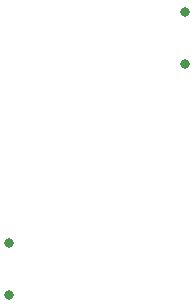
<source format=gbr>
%FSTAX23Y23*%
%MOMM*%
%SFA1B1*%

%IPPOS*%
%ADD40C,0.799998*%
%LNflightstick_buttonpanelv3r_npth_drill-1*%
%LPD*%
G54D40*
X07959Y18119D03*
Y22519D03*
X-06943Y-01437D03*
Y02961D03*
M02*
</source>
